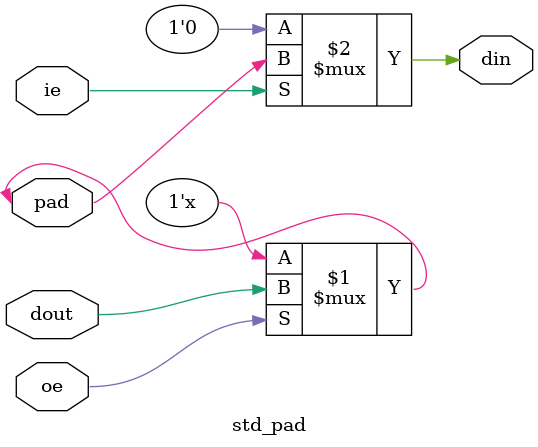
<source format=v>

module std_pad (/*AUTOARG*/
   // Outputs
   din,
   // Inouts
   pad,
   // Inputs
   dout, oe, ie
   );

   output din;
   input  dout;
   input  oe;
   input  ie;

   inout  pad;


   /*AUTOINPUT*/
   /*AUTOOUTPUT*/

   /*AUTOREG*/
   /*AUTOWIRE*/

   assign pad = oe ? dout : 1'bz;
   assign din = ie ? pad : 1'b0;

endmodule // std_pad
/*
 Local Variables:
 verilog-library-directories:(
 "."
 )
 End:
 */

</source>
